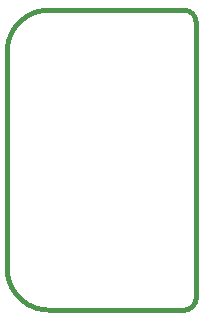
<source format=gm1>
G04 #@! TF.FileFunction,Profile,NP*
%FSLAX46Y46*%
G04 Gerber Fmt 4.6, Leading zero omitted, Abs format (unit mm)*
G04 Created by KiCad (PCBNEW 4.0.5) date 07/09/17 22:51:53*
%MOMM*%
%LPD*%
G01*
G04 APERTURE LIST*
%ADD10C,0.150000*%
%ADD11C,0.381000*%
G04 APERTURE END LIST*
D10*
D11*
X152400000Y-89154000D02*
X163576000Y-89154000D01*
X152400000Y-114554000D02*
X163576000Y-114554000D01*
X164592000Y-90170000D02*
X164592000Y-113538000D01*
X164592000Y-90170000D02*
G75*
G03X163576000Y-89154000I-1016000J0D01*
G01*
X163576000Y-114554000D02*
G75*
G03X164592000Y-113538000I0J1016000D01*
G01*
X148590000Y-111252000D02*
X148590000Y-92456000D01*
X148590000Y-111252000D02*
G75*
G03X152400000Y-114554000I3556000J254000D01*
G01*
X152400000Y-89154000D02*
G75*
G03X148590000Y-92456000I-254000J-3556000D01*
G01*
M02*

</source>
